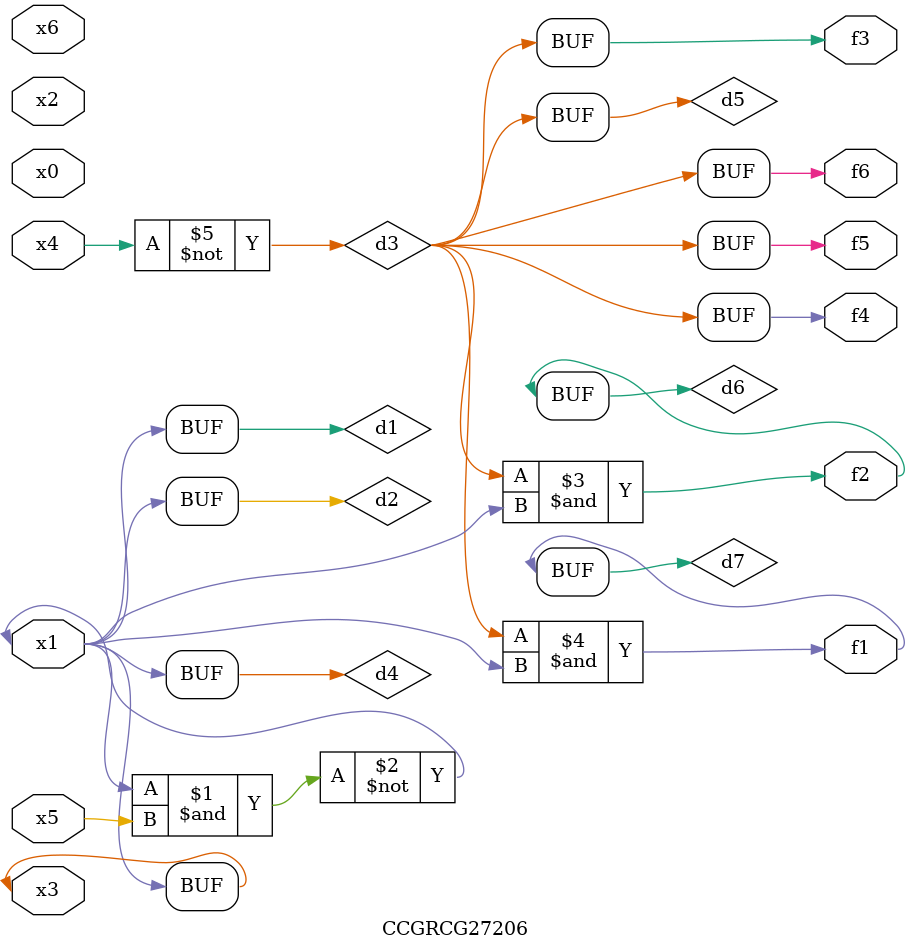
<source format=v>
module CCGRCG27206(
	input x0, x1, x2, x3, x4, x5, x6,
	output f1, f2, f3, f4, f5, f6
);

	wire d1, d2, d3, d4, d5, d6, d7;

	buf (d1, x1, x3);
	nand (d2, x1, x5);
	not (d3, x4);
	buf (d4, d1, d2);
	buf (d5, d3);
	and (d6, d3, d4);
	and (d7, d3, d4);
	assign f1 = d7;
	assign f2 = d6;
	assign f3 = d5;
	assign f4 = d5;
	assign f5 = d5;
	assign f6 = d5;
endmodule

</source>
